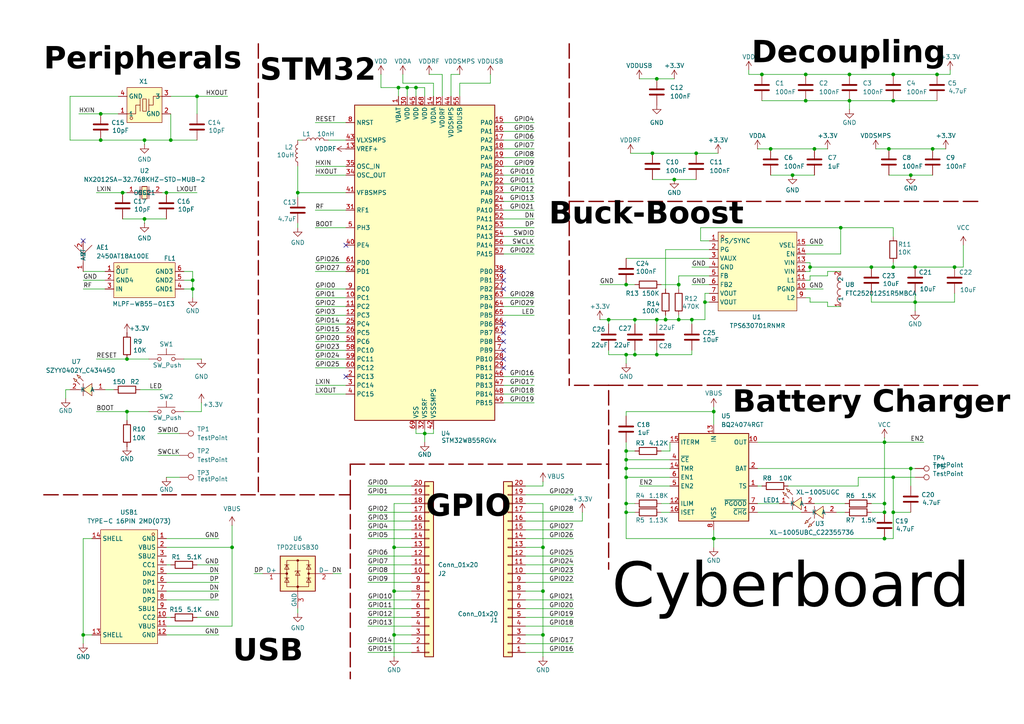
<source format=kicad_sch>
(kicad_sch (version 20250114) (generator "eeschema") (generator_version "9.0")
  (paper "A4")
  (title_block (title "Cyberboard") (date "2025-10-15") (rev "V1"))
  (text "Decoupling" (at 246.126 17.272 0) (effects (font (size 6.35 6.35))))
  (text "STM32" (at 92.202 22.352 0) (effects (font (size 6.35 6.35))))
  (text "Cyberboard" (at 229.362 173.99 0) (effects (font (size 12.7 12.7))))
  (text "Battery Charger" (at 252.73 118.618 0) (effects (font (size 6.35 6.35))))
  (text "USB" (at 77.724 190.754 0) (effects (font (size 6.35 6.35))))
  (text "Buck-Boost" (at 187.452 64.008 0) (effects (font (size 6.35 6.35))))
  (text "GPIO" (at 135.89 148.844 0) (effects (font (size 6.35 6.35))))
  (text "Peripherals" (at 41.402 19.05 0) (effects (font (size 6.35 6.35))))
  (junction (at 256.54 128.27))
  (junction (at 270.51 43.18))
  (junction (at 29.21 33.02))
  (junction (at 29.21 40.64))
  (junction (at 259.08 77.47))
  (junction (at 246.38 21.59))
  (junction (at 207.01 119.38))
  (junction (at 259.08 29.21))
  (junction (at 24.13 184.15))
  (junction (at 256.54 156.21))
  (junction (at 157.48 184.15))
  (junction (at 118.11 25.4))
  (junction (at 234.95 77.47))
  (junction (at 123.19 125.73))
  (junction (at 55.88 83.82))
  (junction (at 257.81 43.18))
  (junction (at 220.98 21.59))
  (junction (at 41.91 63.5))
  (junction (at 243.84 66.04))
  (junction (at 259.08 21.59))
  (junction (at 36.83 104.14))
  (junction (at 233.68 21.59))
  (junction (at 67.31 158.75))
  (junction (at 114.3 184.15))
  (junction (at 193.04 92.71))
  (junction (at 181.61 148.59))
  (junction (at 157.48 158.75))
  (junction (at 196.85 92.71))
  (junction (at 207.01 156.21))
  (junction (at 264.16 135.89))
  (junction (at 271.78 21.59))
  (junction (at 181.61 130.81))
  (junction (at 181.61 82.55))
  (junction (at 201.93 44.45))
  (junction (at 265.43 77.47))
  (junction (at 190.5 92.71))
  (junction (at 195.58 52.07))
  (junction (at 157.48 171.45))
  (junction (at 184.15 102.87))
  (junction (at 189.23 44.45))
  (junction (at 115.57 25.4))
  (junction (at 41.91 40.64))
  (junction (at 259.08 138.43))
  (junction (at 114.3 171.45))
  (junction (at 181.61 102.87))
  (junction (at 256.54 148.59))
  (junction (at 181.61 146.05))
  (junction (at 265.43 87.63))
  (junction (at 57.15 27.94))
  (junction (at 196.85 82.55))
  (junction (at 246.38 29.21))
  (junction (at 181.61 133.35))
  (junction (at 184.15 92.71))
  (junction (at 252.73 77.47))
  (junction (at 229.87 50.8))
  (junction (at 190.5 102.87))
  (junction (at 49.53 40.64))
  (junction (at 190.5 22.86))
  (junction (at 181.61 138.43))
  (junction (at 114.3 158.75))
  (junction (at 48.26 55.88))
  (junction (at 264.16 50.8))
  (junction (at 86.36 55.88))
  (junction (at 204.47 87.63))
  (junction (at 181.61 135.89))
  (junction (at 223.52 43.18))
  (junction (at 276.86 77.47))
  (junction (at 55.88 81.28))
  (junction (at 35.56 55.88))
  (junction (at 120.65 25.4))
  (junction (at 236.22 43.18))
  (junction (at 200.66 92.71))
  (junction (at 233.68 29.21))
  (junction (at 176.53 92.71))
  (junction (at 36.83 119.38))
  (junction (at 256.54 146.05))
  (junction (at 259.08 148.59))
  (no_connect (at 100.33 71.12))
  (no_connect (at 146.05 106.68))
  (no_connect (at 100.33 109.22))
  (no_connect (at 24.13 69.85))
  (no_connect (at 146.05 96.52))
  (no_connect (at 146.05 81.28))
  (no_connect (at 146.05 93.98))
  (no_connect (at 146.05 78.74))
  (no_connect (at 146.05 83.82))
  (no_connect (at 146.05 101.6))
  (no_connect (at 146.05 104.14))
  (no_connect (at 146.05 99.06))
  (wire (pts (xy 128.27 21.59) (xy 128.27 27.94)))
  (wire (pts (xy 120.65 25.4) (xy 120.65 27.94)))
  (wire (pts (xy 106.68 176.53) (xy 119.38 176.53)))
  (wire (pts (xy 181.61 74.93) (xy 205.74 74.93)))
  (wire (pts (xy 190.5 22.86) (xy 195.58 22.86)))
  (wire (pts (xy 125.73 125.73) (xy 123.19 125.73)))
  (wire (pts (xy 120.65 125.73) (xy 120.65 124.46)))
  (wire (pts (xy 118.11 25.4) (xy 118.11 27.94)))
  (wire (pts (xy 48.26 171.45) (xy 63.5 171.45)))
  (wire (pts (xy 168.91 148.59) (xy 168.91 151.13)))
  (wire (pts (xy 200.66 93.98) (xy 200.66 92.71)))
  (wire (pts (xy 176.53 93.98) (xy 176.53 92.71)))
  (wire (pts (xy 49.53 40.64) (xy 57.15 40.64)))
  (wire (pts (xy 205.74 85.09) (xy 204.47 85.09)))
  (wire (pts (xy 185.42 22.86) (xy 190.5 22.86)))
  (wire (pts (xy 106.68 173.99) (xy 119.38 173.99)))
  (wire (pts (xy 91.44 96.52) (xy 100.33 96.52)))
  (wire (pts (xy 240.03 43.18) (xy 236.22 43.18)))
  (wire (pts (xy 125.73 125.73) (xy 125.73 124.46)))
  (wire (pts (xy 205.74 69.85) (xy 203.2 69.85)))
  (wire (pts (xy 53.34 81.28) (xy 55.88 81.28)))
  (wire (pts (xy 114.3 158.75) (xy 119.38 158.75)))
  (wire (pts (xy 203.2 66.04) (xy 243.84 66.04)))
  (wire (pts (xy 34.29 27.94) (xy 20.32 27.94)))
  (wire (pts (xy 205.74 82.55) (xy 200.66 82.55)))
  (wire (pts (xy 267.97 128.27) (xy 256.54 128.27)))
  (wire (pts (xy 91.44 66.04) (xy 100.33 66.04)))
  (wire (pts (xy 181.61 130.81) (xy 181.61 128.27)))
  (wire (pts (xy 154.94 86.36) (xy 146.05 86.36)))
  (wire (pts (xy 181.61 102.87) (xy 184.15 102.87)))
  (wire (pts (xy 240.03 78.74) (xy 243.84 78.74)))
  (wire (pts (xy 86.36 55.88) (xy 100.33 55.88)))
  (wire (pts (xy 115.57 25.4) (xy 118.11 25.4)))
  (wire (pts (xy 67.31 181.61) (xy 48.26 181.61)))
  (wire (pts (xy 256.54 156.21) (xy 207.01 156.21)))
  (wire (pts (xy 248.92 140.97) (xy 228.6 140.97)))
  (wire (pts (xy 181.61 156.21) (xy 207.01 156.21)))
  (wire (pts (xy 106.68 151.13) (xy 119.38 151.13)))
  (wire (pts (xy 152.4 189.23) (xy 166.37 189.23)))
  (wire (pts (xy 181.61 135.89) (xy 181.61 133.35)))
  (wire (pts (xy 259.08 138.43) (xy 259.08 148.59)))
  (wire (pts (xy 119.38 146.05) (xy 114.3 146.05)))
  (wire (pts (xy 176.53 102.87) (xy 176.53 101.6)))
  (wire (pts (xy 196.85 82.55) (xy 196.85 80.01)))
  (wire (pts (xy 234.95 86.36) (xy 233.68 86.36)))
  (wire (pts (xy 36.83 121.92) (xy 36.83 119.38)))
  (wire (pts (xy 95.25 40.64) (xy 100.33 40.64)))
  (polyline (pts (xy 101.6 143.51) (xy 101.6 134.62)) (stroke (width 0.381) (type dash) (color 132 0 0 1)))
  (wire (pts (xy 240.03 87.63) (xy 234.95 87.63)))
  (wire (pts (xy 154.94 114.3) (xy 146.05 114.3)))
  (wire (pts (xy 30.48 78.74) (xy 24.13 78.74)))
  (wire (pts (xy 252.73 148.59) (xy 256.54 148.59)))
  (wire (pts (xy 57.15 27.94) (xy 57.15 33.02)))
  (wire (pts (xy 20.32 27.94) (xy 20.32 40.64)))
  (wire (pts (xy 106.68 153.67) (xy 119.38 153.67)))
  (wire (pts (xy 22.86 33.02) (xy 29.21 33.02)))
  (wire (pts (xy 274.32 43.18) (xy 270.51 43.18)))
  (wire (pts (xy 124.46 21.59) (xy 128.27 21.59)))
  (wire (pts (xy 204.47 85.09) (xy 204.47 87.63)))
  (wire (pts (xy 181.61 135.89) (xy 194.31 135.89)))
  (wire (pts (xy 181.61 138.43) (xy 194.31 138.43)))
  (wire (pts (xy 114.3 158.75) (xy 114.3 171.45)))
  (wire (pts (xy 191.77 82.55) (xy 196.85 82.55)))
  (wire (pts (xy 55.88 81.28) (xy 55.88 83.82)))
  (wire (pts (xy 181.61 133.35) (xy 181.61 130.81)))
  (wire (pts (xy 154.94 111.76) (xy 146.05 111.76)))
  (wire (pts (xy 86.36 48.26) (xy 86.36 55.88)))
  (wire (pts (xy 106.68 179.07) (xy 119.38 179.07)))
  (wire (pts (xy 41.91 63.5) (xy 35.56 63.5)))
  (wire (pts (xy 196.85 80.01) (xy 205.74 80.01)))
  (wire (pts (xy 106.68 189.23) (xy 119.38 189.23)))
  (wire (pts (xy 234.95 87.63) (xy 234.95 86.36)))
  (wire (pts (xy 173.99 82.55) (xy 181.61 82.55)))
  (wire (pts (xy 256.54 127) (xy 256.54 128.27)))
  (wire (pts (xy 27.94 104.14) (xy 36.83 104.14)))
  (wire (pts (xy 189.23 52.07) (xy 195.58 52.07)))
  (polyline (pts (xy 101.6 143.51) (xy 101.6 196.85)) (stroke (width 0.381) (type dash) (color 132 0 0 1)))
  (wire (pts (xy 146.05 68.58) (xy 154.94 68.58)))
  (wire (pts (xy 41.91 63.5) (xy 48.26 63.5)))
  (wire (pts (xy 146.05 66.04) (xy 154.94 66.04)))
  (wire (pts (xy 276.86 87.63) (xy 276.86 85.09)))
  (wire (pts (xy 146.05 71.12) (xy 154.94 71.12)))
  (wire (pts (xy 36.83 119.38) (xy 43.18 119.38)))
  (wire (pts (xy 152.4 146.05) (xy 157.48 146.05)))
  (wire (pts (xy 152.4 166.37) (xy 166.37 166.37)))
  (polyline (pts (xy 176.53 111.76) (xy 165.1 111.76)) (stroke (width 0.381) (type dash) (color 132 0 0 1)))
  (wire (pts (xy 26.67 156.21) (xy 24.13 156.21)))
  (wire (pts (xy 217.17 20.32) (xy 217.17 21.59)))
  (wire (pts (xy 152.4 168.91) (xy 166.37 168.91)))
  (wire (pts (xy 205.74 87.63) (xy 204.47 87.63)))
  (wire (pts (xy 200.66 92.71) (xy 204.47 92.71)))
  (wire (pts (xy 181.61 146.05) (xy 181.61 138.43)))
  (wire (pts (xy 194.31 128.27) (xy 194.31 130.81)))
  (wire (pts (xy 181.61 148.59) (xy 181.61 156.21)))
  (wire (pts (xy 91.44 93.98) (xy 100.33 93.98)))
  (wire (pts (xy 190.5 92.71) (xy 193.04 92.71)))
  (wire (pts (xy 182.88 44.45) (xy 189.23 44.45)))
  (wire (pts (xy 142.24 24.13) (xy 133.35 24.13)))
  (wire (pts (xy 116.84 24.13) (xy 116.84 21.59)))
  (wire (pts (xy 154.94 38.1) (xy 146.05 38.1)))
  (wire (pts (xy 49.53 163.83) (xy 48.26 163.83)))
  (wire (pts (xy 219.71 43.18) (xy 223.52 43.18)))
  (wire (pts (xy 181.61 133.35) (xy 194.31 133.35)))
  (wire (pts (xy 279.4 71.12) (xy 279.4 77.47)))
  (wire (pts (xy 57.15 55.88) (xy 48.26 55.88)))
  (wire (pts (xy 181.61 138.43) (xy 181.61 135.89)))
  (wire (pts (xy 234.95 77.47) (xy 234.95 76.2)))
  (wire (pts (xy 184.15 102.87) (xy 190.5 102.87)))
  (wire (pts (xy 194.31 130.81) (xy 191.77 130.81)))
  (wire (pts (xy 120.65 125.73) (xy 123.19 125.73)))
  (wire (pts (xy 264.16 50.8) (xy 270.51 50.8)))
  (wire (pts (xy 106.68 148.59) (xy 119.38 148.59)))
  (wire (pts (xy 91.44 83.82) (xy 100.33 83.82)))
  (wire (pts (xy 19.05 113.03) (xy 20.32 113.03)))
  (wire (pts (xy 106.68 161.29) (xy 119.38 161.29)))
  (wire (pts (xy 219.71 128.27) (xy 256.54 128.27)))
  (wire (pts (xy 114.3 146.05) (xy 114.3 158.75)))
  (wire (pts (xy 219.71 148.59) (xy 232.41 148.59)))
  (wire (pts (xy 189.23 44.45) (xy 201.93 44.45)))
  (wire (pts (xy 275.59 20.32) (xy 275.59 21.59)))
  (wire (pts (xy 154.94 50.8) (xy 146.05 50.8)))
  (wire (pts (xy 152.4 163.83) (xy 166.37 163.83)))
  (wire (pts (xy 207.01 153.67) (xy 207.01 156.21)))
  (wire (pts (xy 173.99 92.71) (xy 176.53 92.71)))
  (wire (pts (xy 91.44 101.6) (xy 100.33 101.6)))
  (wire (pts (xy 191.77 146.05) (xy 194.31 146.05)))
  (wire (pts (xy 49.53 27.94) (xy 57.15 27.94)))
  (wire (pts (xy 196.85 92.71) (xy 200.66 92.71)))
  (wire (pts (xy 91.44 114.3) (xy 100.33 114.3)))
  (wire (pts (xy 45.72 125.73) (xy 52.07 125.73)))
  (wire (pts (xy 114.3 171.45) (xy 114.3 184.15)))
  (polyline (pts (xy 165.1 58.42) (xy 284.48 58.42)) (stroke (width 0.381) (type dash) (color 132 0 0 1)))
  (wire (pts (xy 168.91 151.13) (xy 152.4 151.13)))
  (wire (pts (xy 48.26 138.43) (xy 52.07 138.43)))
  (wire (pts (xy 30.48 81.28) (xy 24.13 81.28)))
  (wire (pts (xy 233.68 71.12) (xy 238.76 71.12)))
  (wire (pts (xy 256.54 128.27) (xy 256.54 146.05)))
  (wire (pts (xy 152.4 148.59) (xy 166.37 148.59)))
  (wire (pts (xy 265.43 87.63) (xy 276.86 87.63)))
  (wire (pts (xy 181.61 82.55) (xy 184.15 82.55)))
  (wire (pts (xy 275.59 21.59) (xy 271.78 21.59)))
  (wire (pts (xy 27.94 119.38) (xy 36.83 119.38)))
  (wire (pts (xy 259.08 68.58) (xy 259.08 66.04)))
  (wire (pts (xy 233.68 29.21) (xy 246.38 29.21)))
  (wire (pts (xy 181.61 148.59) (xy 184.15 148.59)))
  (wire (pts (xy 217.17 21.59) (xy 220.98 21.59)))
  (wire (pts (xy 152.4 171.45) (xy 157.48 171.45)))
  (wire (pts (xy 236.22 146.05) (xy 245.11 146.05)))
  (wire (pts (xy 154.94 43.18) (xy 146.05 43.18)))
  (wire (pts (xy 238.76 83.82) (xy 233.68 83.82)))
  (wire (pts (xy 53.34 83.82) (xy 55.88 83.82)))
  (wire (pts (xy 190.5 102.87) (xy 190.5 101.6)))
  (wire (pts (xy 154.94 63.5) (xy 146.05 63.5)))
  (wire (pts (xy 123.19 125.73) (xy 123.19 124.46)))
  (wire (pts (xy 154.94 35.56) (xy 146.05 35.56)))
  (wire (pts (xy 205.74 77.47) (xy 200.66 77.47)))
  (wire (pts (xy 110.49 21.59) (xy 110.49 25.4)))
  (wire (pts (xy 35.56 55.88) (xy 36.83 55.88)))
  (wire (pts (xy 48.26 55.88) (xy 46.99 55.88)))
  (wire (pts (xy 157.48 158.75) (xy 157.48 171.45)))
  (wire (pts (xy 99.06 166.37) (xy 96.52 166.37)))
  (wire (pts (xy 125.73 24.13) (xy 125.73 27.94)))
  (wire (pts (xy 152.4 176.53) (xy 166.37 176.53)))
  (wire (pts (xy 157.48 139.7) (xy 157.48 140.97)))
  (wire (pts (xy 220.98 29.21) (xy 233.68 29.21)))
  (wire (pts (xy 152.4 161.29) (xy 166.37 161.29)))
  (wire (pts (xy 91.44 99.06) (xy 100.33 99.06)))
  (wire (pts (xy 106.68 181.61) (xy 119.38 181.61)))
  (wire (pts (xy 190.5 93.98) (xy 190.5 92.71)))
  (wire (pts (xy 234.95 80.01) (xy 240.03 80.01)))
  (polyline (pts (xy 101.6 134.62) (xy 176.53 134.62)) (stroke (width 0.381) (type dash) (color 132 0 0 1)))
  (wire (pts (xy 234.95 78.74) (xy 234.95 77.47)))
  (wire (pts (xy 58.42 119.38) (xy 53.34 119.38)))
  (wire (pts (xy 181.61 130.81) (xy 184.15 130.81)))
  (wire (pts (xy 91.44 35.56) (xy 100.33 35.56)))
  (wire (pts (xy 154.94 48.26) (xy 146.05 48.26)))
  (wire (pts (xy 264.16 135.89) (xy 265.43 135.89)))
  (wire (pts (xy 157.48 140.97) (xy 152.4 140.97)))
  (wire (pts (xy 91.44 78.74) (xy 100.33 78.74)))
  (wire (pts (xy 114.3 184.15) (xy 114.3 190.5)))
  (polyline (pts (xy 165.1 12.7) (xy 165.1 111.76)) (stroke (width 0.381) (type dash) (color 132 0 0 1)))
  (wire (pts (xy 193.04 72.39) (xy 193.04 83.82)))
  (wire (pts (xy 246.38 21.59) (xy 233.68 21.59)))
  (wire (pts (xy 57.15 27.94) (xy 66.04 27.94)))
  (wire (pts (xy 114.3 171.45) (xy 119.38 171.45)))
  (wire (pts (xy 123.19 125.73) (xy 123.19 128.27)))
  (wire (pts (xy 219.71 135.89) (xy 264.16 135.89)))
  (wire (pts (xy 57.15 163.83) (xy 63.5 163.83)))
  (wire (pts (xy 41.91 64.77) (xy 41.91 63.5)))
  (wire (pts (xy 157.48 146.05) (xy 157.48 158.75)))
  (wire (pts (xy 203.2 69.85) (xy 203.2 66.04)))
  (wire (pts (xy 49.53 179.07) (xy 48.26 179.07)))
  (wire (pts (xy 208.28 44.45) (xy 201.93 44.45)))
  (wire (pts (xy 86.36 66.04) (xy 86.36 64.77)))
  (wire (pts (xy 252.73 77.47) (xy 259.08 77.47)))
  (wire (pts (xy 223.52 50.8) (xy 229.87 50.8)))
  (wire (pts (xy 45.72 132.08) (xy 52.07 132.08)))
  (wire (pts (xy 245.11 148.59) (xy 242.57 148.59)))
  (wire (pts (xy 207.01 119.38) (xy 181.61 119.38)))
  (wire (pts (xy 152.4 153.67) (xy 166.37 153.67)))
  (wire (pts (xy 240.03 88.9) (xy 243.84 88.9)))
  (wire (pts (xy 106.68 168.91) (xy 119.38 168.91)))
  (wire (pts (xy 49.53 40.64) (xy 49.53 33.02)))
  (wire (pts (xy 110.49 25.4) (xy 115.57 25.4)))
  (wire (pts (xy 157.48 184.15) (xy 157.48 190.5)))
  (wire (pts (xy 106.68 163.83) (xy 119.38 163.83)))
  (wire (pts (xy 259.08 156.21) (xy 256.54 156.21)))
  (wire (pts (xy 154.94 91.44) (xy 146.05 91.44)))
  (wire (pts (xy 152.4 184.15) (xy 157.48 184.15)))
  (wire (pts (xy 256.54 146.05) (xy 256.54 148.59)))
  (wire (pts (xy 36.83 104.14) (xy 43.18 104.14)))
  (wire (pts (xy 193.04 92.71) (xy 196.85 92.71)))
  (wire (pts (xy 207.01 118.11) (xy 207.01 119.38)))
  (wire (pts (xy 53.34 78.74) (xy 55.88 78.74)))
  (polyline (pts (xy 12.7 143.51) (xy 101.6 143.51)) (stroke (width 0.381) (type dash) (color 132 0 0 1)))
  (wire (pts (xy 106.68 166.37) (xy 119.38 166.37)))
  (wire (pts (xy 106.68 186.69) (xy 119.38 186.69)))
  (wire (pts (xy 252.73 87.63) (xy 265.43 87.63)))
  (wire (pts (xy 264.16 135.89) (xy 264.16 140.97)))
  (wire (pts (xy 29.21 40.64) (xy 41.91 40.64)))
  (wire (pts (xy 240.03 87.63) (xy 240.03 88.9)))
  (wire (pts (xy 271.78 21.59) (xy 259.08 21.59)))
  (wire (pts (xy 276.86 77.47) (xy 279.4 77.47)))
  (wire (pts (xy 154.94 53.34) (xy 146.05 53.34)))
  (wire (pts (xy 48.26 168.91) (xy 63.5 168.91)))
  (wire (pts (xy 219.71 140.97) (xy 220.98 140.97)))
  (wire (pts (xy 133.35 21.59) (xy 130.81 21.59)))
  (wire (pts (xy 57.15 179.07) (xy 63.5 179.07)))
  (wire (pts (xy 233.68 73.66) (xy 243.84 73.66)))
  (wire (pts (xy 200.66 102.87) (xy 200.66 101.6)))
  (wire (pts (xy 176.53 92.71) (xy 184.15 92.71)))
  (wire (pts (xy 24.13 184.15) (xy 26.67 184.15)))
  (wire (pts (xy 48.26 173.99) (xy 63.5 173.99)))
  (wire (pts (xy 154.94 109.22) (xy 146.05 109.22)))
  (wire (pts (xy 154.94 45.72) (xy 146.05 45.72)))
  (wire (pts (xy 116.84 24.13) (xy 125.73 24.13)))
  (wire (pts (xy 265.43 87.63) (xy 265.43 85.09)))
  (wire (pts (xy 48.26 156.21) (xy 63.5 156.21)))
  (wire (pts (xy 252.73 87.63) (xy 252.73 85.09)))
  (wire (pts (xy 252.73 146.05) (xy 256.54 146.05)))
  (wire (pts (xy 152.4 173.99) (xy 166.37 173.99)))
  (wire (pts (xy 195.58 52.07) (xy 201.93 52.07)))
  (wire (pts (xy 41.91 41.91) (xy 41.91 40.64)))
  (wire (pts (xy 254 43.18) (xy 257.81 43.18)))
  (wire (pts (xy 191.77 148.59) (xy 194.31 148.59)))
  (wire (pts (xy 152.4 143.51) (xy 166.37 143.51)))
  (wire (pts (xy 91.44 111.76) (xy 100.33 111.76)))
  (wire (pts (xy 248.92 138.43) (xy 259.08 138.43)))
  (wire (pts (xy 207.01 158.75) (xy 207.01 156.21)))
  (wire (pts (xy 24.13 156.21) (xy 24.13 184.15)))
  (wire (pts (xy 154.94 116.84) (xy 146.05 116.84)))
  (wire (pts (xy 91.44 86.36) (xy 100.33 86.36)))
  (wire (pts (xy 154.94 73.66) (xy 146.05 73.66)))
  (wire (pts (xy 154.94 88.9) (xy 146.05 88.9)))
  (wire (pts (xy 193.04 91.44) (xy 193.04 92.71)))
  (wire (pts (xy 154.94 40.64) (xy 146.05 40.64)))
  (wire (pts (xy 48.26 166.37) (xy 63.5 166.37)))
  (wire (pts (xy 55.88 78.74) (xy 55.88 81.28)))
  (wire (pts (xy 184.15 93.98) (xy 184.15 92.71)))
  (wire (pts (xy 259.08 29.21) (xy 246.38 29.21)))
  (wire (pts (xy 243.84 66.04) (xy 259.08 66.04)))
  (wire (pts (xy 19.05 115.57) (xy 19.05 113.03)))
  (wire (pts (xy 259.08 76.2) (xy 259.08 77.47)))
  (wire (pts (xy 257.81 43.18) (xy 270.51 43.18)))
  (wire (pts (xy 190.5 102.87) (xy 200.66 102.87)))
  (wire (pts (xy 115.57 25.4) (xy 115.57 27.94)))
  (wire (pts (xy 181.61 119.38) (xy 181.61 120.65)))
  (wire (pts (xy 152.4 181.61) (xy 166.37 181.61)))
  (wire (pts (xy 259.08 77.47) (xy 265.43 77.47)))
  (wire (pts (xy 154.94 58.42) (xy 146.05 58.42)))
  (wire (pts (xy 240.03 80.01) (xy 240.03 78.74)))
  (wire (pts (xy 265.43 77.47) (xy 276.86 77.47)))
  (wire (pts (xy 234.95 77.47) (xy 252.73 77.47)))
  (wire (pts (xy 58.42 116.84) (xy 58.42 119.38)))
  (wire (pts (xy 123.19 25.4) (xy 123.19 27.94)))
  (wire (pts (xy 265.43 90.17) (xy 265.43 87.63)))
  (wire (pts (xy 229.87 50.8) (xy 236.22 50.8)))
  (wire (pts (xy 259.08 138.43) (xy 265.43 138.43)))
  (wire (pts (xy 24.13 186.69) (xy 24.13 184.15)))
  (wire (pts (xy 219.71 146.05) (xy 226.06 146.05)))
  (polyline (pts (xy 176.53 134.62) (xy 176.53 165.1)) (stroke (width 0.381) (type dash) (color 132 0 0 1)))
  (wire (pts (xy 181.61 102.87) (xy 181.61 105.41)))
  (polyline (pts (xy 74.93 12.7) (xy 74.93 143.51)) (stroke (width 0.381) (type dash) (color 132 0 0 1)))
  (wire (pts (xy 259.08 148.59) (xy 264.16 148.59)))
  (wire (pts (xy 114.3 184.15) (xy 119.38 184.15)))
  (wire (pts (xy 259.08 148.59) (xy 259.08 156.21)))
  (wire (pts (xy 233.68 81.28) (xy 234.95 81.28)))
  (wire (pts (xy 133.35 24.13) (xy 133.35 27.94)))
  (wire (pts (xy 120.65 25.4) (xy 123.19 25.4)))
  (wire (pts (xy 91.44 106.68) (xy 100.33 106.68)))
  (wire (pts (xy 41.91 40.64) (xy 49.53 40.64)))
  (wire (pts (xy 67.31 158.75) (xy 67.31 181.61)))
  (wire (pts (xy 106.68 143.51) (xy 119.38 143.51)))
  (wire (pts (xy 234.95 81.28) (xy 234.95 80.01)))
  (wire (pts (xy 48.26 158.75) (xy 67.31 158.75)))
  (wire (pts (xy 154.94 60.96) (xy 146.05 60.96)))
  (wire (pts (xy 204.47 92.71) (xy 204.47 87.63)))
  (wire (pts (xy 91.44 88.9) (xy 100.33 88.9)))
  (wire (pts (xy 27.94 55.88) (xy 35.56 55.88)))
  (wire (pts (xy 157.48 171.45) (xy 157.48 184.15)))
  (wire (pts (xy 205.74 72.39) (xy 193.04 72.39)))
  (wire (pts (xy 130.81 21.59) (xy 130.81 27.94)))
  (wire (pts (xy 91.44 76.2) (xy 100.33 76.2)))
  (wire (pts (xy 233.68 78.74) (xy 234.95 78.74)))
  (wire (pts (xy 86.36 40.64) (xy 87.63 40.64)))
  (wire (pts (xy 176.53 102.87) (xy 181.61 102.87)))
  (wire (pts (xy 29.21 33.02) (xy 34.29 33.02)))
  (wire (pts (xy 185.42 140.97) (xy 194.31 140.97)))
  (wire (pts (xy 91.44 50.8) (xy 100.33 50.8)))
  (wire (pts (xy 152.4 186.69) (xy 166.37 186.69)))
  (polyline (pts (xy 176.53 134.62) (xy 176.53 111.76)) (stroke (width 0.381) (type dash) (color 132 0 0 1)))
  (wire (pts (xy 53.34 104.14) (xy 58.42 104.14)))
  (wire (pts (xy 30.48 83.82) (xy 24.13 83.82)))
  (wire (pts (xy 246.38 29.21) (xy 246.38 31.75)))
  (wire (pts (xy 106.68 140.97) (xy 119.38 140.97)))
  (wire (pts (xy 257.81 50.8) (xy 264.16 50.8)))
  (wire (pts (xy 152.4 179.07) (xy 166.37 179.07)))
  (wire (pts (xy 184.15 102.87) (xy 184.15 101.6)))
  (wire (pts (xy 248.92 140.97) (xy 248.92 138.43)))
  (wire (pts (xy 142.24 21.59) (xy 142.24 24.13)))
  (wire (pts (xy 106.68 156.21) (xy 119.38 156.21)))
  (wire (pts (xy 152.4 158.75) (xy 157.48 158.75)))
  (wire (pts (xy 91.44 48.26) (xy 100.33 48.26)))
  (wire (pts (xy 196.85 92.71) (xy 196.85 91.44)))
  (wire (pts (xy 33.02 113.03) (xy 30.48 113.03)))
  (wire (pts (xy 118.11 25.4) (xy 120.65 25.4)))
  (wire (pts (xy 259.08 21.59) (xy 246.38 21.59)))
  (wire (pts (xy 91.44 91.44) (xy 100.33 91.44)))
  (wire (pts (xy 196.85 83.82) (xy 196.85 82.55)))
  (wire (pts (xy 55.88 83.82) (xy 55.88 86.36)))
  (wire (pts (xy 67.31 152.4) (xy 67.31 158.75)))
  (wire (pts (xy 233.68 21.59) (xy 220.98 21.59)))
  (wire (pts (xy 271.78 29.21) (xy 259.08 29.21)))
  (wire (pts (xy 91.44 60.96) (xy 100.33 60.96)))
  (wire (pts (xy 152.4 156.21) (xy 166.37 156.21)))
  (wire (pts (xy 73.66 166.37) (xy 76.2 166.37)))
  (wire (pts (xy 46.99 113.03) (xy 40.64 113.03)))
  (polyline (pts (xy 176.53 111.76) (xy 284.48 111.76)) (stroke (width 0.381) (type dash) (color 132 0 0 1)))
  (wire (pts (xy 181.61 146.05) (xy 184.15 146.05)))
  (wire (pts (xy 91.44 104.14) (xy 100.33 104.14)))
  (wire (pts (xy 243.84 66.04) (xy 243.84 73.66)))
  (wire (pts (xy 207.01 123.19) (xy 207.01 119.38)))
  (wire (pts (xy 184.15 92.71) (xy 190.5 92.71)))
  (wire (pts (xy 20.32 40.64) (xy 29.21 40.64)))
  (wire (pts (xy 181.61 148.59) (xy 181.61 146.05)))
  (wire (pts (xy 223.52 43.18) (xy 236.22 43.18)))
  (wire (pts (xy 154.94 55.88) (xy 146.05 55.88)))
  (wire (pts (xy 86.36 177.8) (xy 86.36 176.53)))
  (wire (pts (xy 86.36 57.15) (xy 86.36 55.88)))
  (wire (pts (xy 234.95 76.2) (xy 233.68 76.2)))
  (wire (pts (xy 48.26 184.15) (xy 63.5 184.15)))
  (label "SWCLK" (at 154.94 71.12 180))
  (label "GPIO0" (at 106.68 140.97 0))
  (label "DP" (at 73.66 166.37 0))
  (label "GPIO11" (at 106.68 176.53 0))
  (label "HXIN" (at 91.44 48.26 0))
  (label "BOOT" (at 91.44 66.04 0))
  (label "LED" (at 154.94 91.44 180))
  (label "GPIO13" (at 106.68 181.61 0))
  (label "GND" (at 63.5 163.83 180))
  (label "DN" (at 154.94 63.5 180))
  (label "GPIO18" (at 166.37 181.61 180))
  (label "GND" (at 173.99 82.55 0))
  (label "GPIO5" (at 154.94 38.1 180))
  (label "GPIO26" (at 91.44 76.2 0))
  (label "HXOUT" (at 66.04 27.94 180))
  (label "GPIO21" (at 154.94 60.96 180))
  (label "GPIO19" (at 166.37 179.07 180))
  (label "GPIO26" (at 166.37 156.21 180))
  (label "GPIO11" (at 154.94 53.34 180))
  (label "GPIO16" (at 166.37 189.23 180))
  (label "GPIO10" (at 106.68 173.99 0))
  (label "GPIO17" (at 154.94 111.76 180))
  (label "GPIO23" (at 166.37 166.37 180))
  (label "GPIO9" (at 154.94 48.26 180))
  (label "GPIO9" (at 106.68 168.91 0))
  (label "SWDIO" (at 45.72 125.73 0))
  (label "GPIO24" (at 91.44 104.14 0))
  (label "LED" (at 46.99 113.03 180))
  (label "RF" (at 91.44 60.96 0))
  (label "RESET" (at 27.94 104.14 0))
  (label "GPIO17" (at 166.37 186.69 180))
  (label "GPIO25" (at 166.37 161.29 180))
  (label "HXOUT" (at 91.44 50.8 0))
  (label "GPIO19" (at 154.94 116.84 180))
  (label "GND" (at 63.5 184.15 180))
  (label "RESET" (at 91.44 35.56 0))
  (label "GPIO6" (at 154.94 40.64 180))
  (label "HXIN" (at 22.86 33.02 0))
  (label "GPIO27" (at 91.44 78.74 0))
  (label "GND" (at 238.76 71.12 180))
  (label "GPIO22" (at 154.94 73.66 180))
  (label "GPIO15" (at 106.68 189.23 0))
  (label "GPIO4" (at 106.68 153.67 0))
  (label "GPIO4" (at 154.94 35.56 180))
  (label "GPIO25" (at 91.44 106.68 0))
  (label "GPIO28" (at 166.37 148.59 180))
  (label "GPIO20" (at 166.37 176.53 180))
  (label "GPIO8" (at 106.68 166.37 0))
  (label "DP" (at 63.5 173.99 180))
  (label "EN2" (at 185.42 140.97 0))
  (label "GND" (at 63.5 156.21 180))
  (label "BOOT" (at 27.94 119.38 0))
  (label "GPIO1" (at 106.68 143.51 0))
  (label "DN" (at 99.06 166.37 180))
  (label "GPIO5" (at 106.68 156.21 0))
  (label "GPIO21" (at 166.37 173.99 180))
  (label "GPIO27" (at 166.37 153.67 180))
  (label "GPIO28" (at 154.94 86.36 180))
  (label "EN2" (at 267.97 128.27 180))
  (label "GPIO14" (at 106.68 186.69 0))
  (label "LXOUT" (at 57.15 55.88 180))
  (label "GPIO14" (at 91.44 93.98 0))
  (label "DN" (at 63.5 166.37 180))
  (label "GPIO6" (at 106.68 161.29 0))
  (label "GPIO23" (at 91.44 101.6 0))
  (label "GPIO2" (at 106.68 148.59 0))
  (label "GPIO3" (at 106.68 151.13 0))
  (label "GPIO13" (at 154.94 58.42 180))
  (label "GPIO1" (at 91.44 86.36 0))
  (label "GPIO29" (at 154.94 88.9 180))
  (label "RF" (at 24.13 83.82 0))
  (label "GPIO0" (at 91.44 83.82 0))
  (label "LXIN" (at 27.94 55.88 0))
  (label "GPIO22" (at 166.37 168.91 180))
  (label "GPIO3" (at 91.44 91.44 0))
  (label "LXIN" (at 91.44 111.76 0))
  (label "GPIO2" (at 91.44 88.9 0))
  (label "GPIO10" (at 154.94 50.8 180))
  (label "GPIO20" (at 91.44 99.06 0))
  (label "GND" (at 24.13 81.28 0))
  (label "GPIO24" (at 166.37 163.83 180))
  (label "GPIO29" (at 166.37 143.51 180))
  (label "GND" (at 200.66 82.55 0))
  (label "GPIO7" (at 106.68 163.83 0))
  (label "SWCLK" (at 45.72 132.08 0))
  (label "GPIO12" (at 106.68 179.07 0))
  (label "GPIO18" (at 154.94 114.3 180))
  (label "GPIO7" (at 154.94 43.18 180))
  (label "GND" (at 63.5 179.07 180))
  (label "GPIO12" (at 154.94 55.88 180))
  (label "GND" (at 200.66 77.47 0))
  (label "GND" (at 238.76 83.82 180))
  (label "GPIO8" (at 154.94 45.72 180))
  (label "LXOUT" (at 91.44 114.3 0))
  (label "DN" (at 63.5 171.45 180))
  (label "GPIO15" (at 91.44 96.52 0))
  (label "SWDIO" (at 154.94 68.58 180))
  (label "DP" (at 63.5 168.91 180))
  (label "GPIO16" (at 154.94 109.22 180))
  (label "DP" (at 154.94 66.04 180))
  (symbol (lib_id "Device:C") (at 48.26 59.69 0) (unit 1)
    (property "Reference" "C16" (at 51.308 58.42 0) (effects (justify left)))
    (property "Value" "10pF" (at 51.562 60.706 0) (effects (justify left)))
    (property "Footprint" "Capacitor_SMD:C_0201_0603Metric" (effects (hide yes)))
    (property "Description" "Unpolarized capacitor" (effects (hide yes)))
  )
  (symbol (lib_id "power:+3.3V") (at 100.33 43.18 90) (unit 1)
    (property "Reference" "#PWR025" (effects (hide yes)))
    (property "Value" "VDDRF" (at 94.488 43.18 90))
    (property "Description" "Power symbol creates a global label with name \"+3.3V\"" (effects (hide yes)))
  )
  (symbol (lib_id "power:+3.3V") (at 274.32 43.18 0) (unit 1)
    (property "Reference" "#PWR015" (effects (hide yes)))
    (property "Value" "+3.3V" (at 274.32 39.37 0))
    (property "Description" "Power symbol creates a global label with name \"+3.3V\"" (effects (hide yes)))
  )
  (symbol (lib_id "Device:R") (at 36.83 100.33 0) (unit 1)
    (property "Reference" "R9" (at 38.608 99.06 0) (effects (justify left)))
    (property "Value" "10K" (at 38.608 101.6 0) (effects (justify left)))
    (property "Footprint" "Resistor_SMD:R_0201_0603Metric" (effects (hide yes)))
    (property "Description" "Resistor" (effects (hide yes)))
  )
  (symbol (lib_id "power:GND") (at 36.83 129.54 0) (unit 1)
    (property "Reference" "#PWR028" (effects (hide yes)))
    (property "Value" "GND" (at 36.83 133.096 0))
    (property "Description" "Power symbol creates a global label with name \"GND\" , ground" (effects (hide yes)))
  )
  (symbol (lib_id "Device:C") (at 259.08 25.4 0) (unit 1)
    (property "Reference" "C4" (at 262.89 24.1299 0) (effects (justify left)))
    (property "Value" "100nF" (at 262.89 26.6699 0) (effects (justify left)))
    (property "Footprint" "Capacitor_SMD:C_0201_0603Metric" (effects (hide yes)))
    (property "Description" "Unpolarized capacitor" (effects (hide yes)))
  )
  (symbol (lib_id "power:+3.3V") (at 195.58 22.86 0) (unit 1)
    (property "Reference" "#PWR07" (effects (hide yes)))
    (property "Value" "+3.3V" (at 195.58 19.05 0))
    (property "Description" "Power symbol creates a global label with name \"+3.3V\"" (effects (hide yes)))
  )
  (symbol (lib_id "power:+3.3V") (at 36.83 96.52 0) (unit 1)
    (property "Reference" "#PWR026" (effects (hide yes)))
    (property "Value" "+3.3V" (at 40.386 95.25 0))
    (property "Description" "Power symbol creates a global label with name \"+3.3V\"" (effects (hide yes)))
  )
  (symbol (lib_id "Battery_Management:BQ24074RGT") (at 207.01 138.43 0) (unit 1)
    (property "Reference" "U5" (at 209.1533 120.65 0) (effects (justify left)))
    (property "Value" "BQ24074RGT" (at 209.1533 123.19 0) (effects (justify left)))
    (property "Footprint" "Package_DFN_QFN:VQFN-16-1EP_3x3mm_P0.5mm_EP1.6x1.6mm" (effects (hide yes)))
    (property "Datasheet" "http://www.ti.com/lit/ds/symlink/bq24074.pdf" (effects (hide yes)))
    (property "Description" "USB-Friendly Li-Ion Battery Charger and Power-Path Management, VQFN-16" (effects (hide yes)))
  )
  (symbol (lib_id "power:+3.3V") (at 254 43.18 0) (unit 1)
    (property "Reference" "#PWR014" (effects (hide yes)))
    (property "Value" "VDDSMPS" (at 254 39.37 0))
    (property "Description" "Power symbol creates a global label with name \"+3.3V\"" (effects (hide yes)))
  )
  (symbol (lib_id "Device:C") (at 233.68 25.4 0) (unit 1)
    (property "Reference" "C2" (at 237.49 24.1299 0) (effects (justify left)))
    (property "Value" "100nF" (at 237.49 26.6699 0) (effects (justify left)))
    (property "Footprint" "Capacitor_SMD:C_0201_0603Metric" (effects (hide yes)))
    (property "Description" "Unpolarized capacitor" (effects (hide yes)))
  )
  (symbol (lib_id "power:VCC") (at 279.4 71.12 0) (unit 1)
    (property "Reference" "#PWR034" (effects (hide yes)))
    (property "Value" "VCC" (at 279.4 66.04 0))
    (property "Description" "Power symbol creates a global label with name \"VCC\"" (effects (hide yes)))
  )
  (symbol (lib_id "power:+3.3V") (at 185.42 22.86 0) (unit 1)
    (property "Reference" "#PWR06" (effects (hide yes)))
    (property "Value" "VDDUSB" (at 185.42 19.05 0))
    (property "Description" "Power symbol creates a global label with name \"+3.3V\"" (effects (hide yes)))
  )
  (symbol (lib_id "power:+3.3V") (at 173.99 92.71 0) (unit 1)
    (property "Reference" "#PWR039" (effects (hide yes)))
    (property "Value" "+3.3V" (at 173.99 88.9 0))
    (property "Description" "Power symbol creates a global label with name \"+3.3V\"" (effects (hide yes)))
  )
  (symbol (lib_id "Connector_Generic:Conn_01x20") (at 124.46 166.37 0) (mirror x) (unit 1)
    (property "Reference" "J2" (at 127 166.3701 0) (effects (justify left)))
    (property "Value" "Conn_01x20" (at 127 163.8301 0) (effects (justify left)))
    (property "Footprint" "Connector_PinHeader_2.54mm:PinHeader_1x20_P2.54mm_Vertical" (effects (hide yes)))
    (property "Description" "Generic connector, single row, 01x20, script generated (kicad-library-utils/schlib/autogen/connector/)" (effects (hide yes)))
  )
  (symbol (lib_id "Device:R") (at 187.96 146.05 90) (unit 1)
    (property "Reference" "R4" (at 185.674 143.764 90))
    (property "Value" "1.18K" (at 191.008 143.764 90))
    (property "Footprint" "Resistor_SMD:R_0201_0603Metric" (effects (hide yes)))
    (property "Description" "Resistor" (effects (hide yes)))
  )
  (symbol (lib_id "Switch:SW_Push") (at 48.26 119.38 0) (unit 1)
    (property "Reference" "SW2" (at 48.26 115.062 0))
    (property "Value" "SW_Push" (at 48.514 121.158 0))
    (property "Footprint" "lcsc:SW-SMD_L3.9-W3.0-P4.45" (effects (hide yes)))
    (property "Description" "Push button switch, generic, two pins" (effects (hide yes)))
    (property "LCSC" "C720477" (effects (hide yes)))
  )
  (symbol (lib_id "Device:R") (at 187.96 148.59 90) (mirror x) (unit 1)
    (property "Reference" "R5" (at 185.674 150.876 90))
    (property "Value" "1.13K" (at 191.008 150.876 90))
    (property "Footprint" "Resistor_SMD:R_0201_0603Metric" (effects (hide yes)))
    (property "Description" "Resistor" (effects (hide yes)))
  )
  (symbol (lib_id "Device:C") (at 270.51 46.99 0) (unit 1)
    (property "Reference" "C9" (at 274.32 45.7199 0) (effects (justify left)))
    (property "Value" "100nF" (at 274.32 48.2599 0) (effects (justify left)))
    (property "Footprint" "Capacitor_SMD:C_0201_0603Metric" (effects (hide yes)))
    (property "Description" "Unpolarized capacitor" (effects (hide yes)))
  )
  (symbol (lib_id "Device:C") (at 276.86 81.28 0) (unit 1)
    (property "Reference" "C22" (at 278.13 78.994 0) (effects (justify left)))
    (property "Value" "10uF" (at 278.384 84.074 0) (effects (justify left)))
    (property "Footprint" "Capacitor_SMD:C_0603_1608Metric" (effects (hide yes)))
    (property "Description" "Unpolarized capacitor" (effects (hide yes)))
  )
  (symbol (lib_id "power:GND") (at 41.91 64.77 0) (unit 1)
    (property "Reference" "#PWR024" (effects (hide yes)))
    (property "Value" "GND" (at 41.91 69.088 0))
    (property "Description" "Power symbol creates a global label with name \"GND\" , ground" (effects (hide yes)))
  )
  (symbol (lib_id "power:+3.3V") (at 240.03 43.18 0) (unit 1)
    (property "Reference" "#PWR05" (effects (hide yes)))
    (property "Value" "+3.3V" (at 240.03 39.37 0))
    (property "Description" "Power symbol creates a global label with name \"+3.3V\"" (effects (hide yes)))
  )
  (symbol (lib_id "power:GND") (at 264.16 50.8 0) (unit 1)
    (property "Reference" "#PWR011" (effects (hide yes)))
    (property "Value" "GND" (at 264.16 54.61 0))
    (property "Description" "Power symbol creates a global label with name \"GND\" , ground" (effects (hide yes)))
  )
  (symbol (lib_id "lcsc:SZYY0402Y_C434450") (at 25.4 113.03 0) (mirror y) (unit 1)
    (property "Reference" "U7" (at 22.098 104.902 0))
    (property "Value" "SZYY0402Y_C434450" (at 23.368 107.442 0))
    (property "Footprint" "lcsc:LED0402-FD_YELLOW" (effects (hide yes)))
    (property "LCSC Part" "C434450" (effects (hide yes)))
  )
  (symbol (lib_id "Switch:SW_Push") (at 48.26 104.14 0) (unit 1)
    (property "Reference" "SW1" (at 48.26 99.822 0))
    (property "Value" "SW_Push" (at 48.514 105.918 0))
    (property "Footprint" "lcsc:SW-SMD_L3.9-W3.0-P4.45" (effects (hide yes)))
    (property "Description" "Push button switch, generic, two pins" (effects (hide yes)))
    (property "LCSC" "C720477" (effects (hide yes)))
  )
  (symbol (lib_id "Device:R") (at 193.04 87.63 0) (mirror x) (unit 1)
    (property "Reference" "R14" (at 189.484 88.138 0))
    (property "Value" "100K" (at 188.722 90.17 0))
    (property "Footprint" "Resistor_SMD:R_0402_1005Metric" (effects (hide yes)))
    (property "Description" "Resistor" (effects (hide yes)))
  )
  (symbol (lib_id "power:GND") (at 48.26 138.43 0) (mirror y) (unit 1)
    (property "Reference" "#PWR044" (effects (hide yes)))
    (property "Value" "GND" (at 48.26 141.986 0))
    (property "Description" "Power symbol creates a global label with name \"GND\" , ground" (effects (hide yes)))
  )
  (symbol (lib_id "lcsc:NX2016SA-32MHZ-STD-CZS-5") (at 41.91 30.48 0) (unit 1)
    (property "Reference" "X1" (at 41.656 23.622 0))
    (property "Value" "NX2016SA-32MHZ-STD-CZS-5" (effects (hide yes)))
    (property "Footprint" "lcsc:OSC-SMD_4P-L2.0-W1.6-BL" (effects (hide yes)))
    (property "LCSC Part" "C843260" (effects (hide yes)))
  )
  (symbol (lib_id "power:GND") (at 58.42 104.14 0) (unit 1)
    (property "Reference" "#PWR0112" (effects (hide yes)))
    (property "Value" "GND" (at 58.42 109.22 0))
    (property "Description" "Power symbol creates a global label with name \"GND\" , ground" (effects (hide yes)))
  )
  (symbol (lib_id "Device:R") (at 259.08 72.39 0) (mirror x) (unit 1)
    (property "Reference" "R11" (at 262.382 70.866 0))
    (property "Value" "10K" (at 262.382 73.152 0))
    (property "Footprint" "Resistor_SMD:R_0201_0603Metric" (effects (hide yes)))
    (property "Description" "Resistor" (effects (hide yes)))
  )
  (symbol (lib_id "Device:C") (at 257.81 46.99 0) (unit 1)
    (property "Reference" "C8" (at 261.62 45.7199 0) (effects (justify left)))
    (property "Value" "100nF" (at 261.62 48.2599 0) (effects (justify left)))
    (property "Footprint" "Capacitor_SMD:C_0201_0603Metric" (effects (hide yes)))
    (property "Description" "Unpolarized capacitor" (effects (hide yes)))
  )
  (symbol (lib_id "power:VBUS") (at 157.48 139.7 0) (unit 1)
    (property "Reference" "#PWR027" (effects (hide yes)))
    (property "Value" "VBUS" (at 161.29 138.176 0))
    (property "Description" "Power symbol creates a global label with name \"VBUS\"" (effects (hide yes)))
  )
  (symbol (lib_id "Device:R") (at 187.96 82.55 270) (mirror x) (unit 1)
    (property "Reference" "R13" (at 183.388 85.09 90))
    (property "Value" "150K" (at 188.722 85.09 90))
    (property "Footprint" "Resistor_SMD:R_0201_0603Metric" (effects (hide yes)))
    (property "Description" "Resistor" (effects (hide yes)))
  )
  (symbol (lib_id "Device:C") (at 271.78 25.4 0) (unit 1)
    (property "Reference" "C5" (at 274.828 24.13 0) (effects (justify left)))
    (property "Value" "4.7uF" (at 275.082 26.416 0) (effects (justify left)))
    (property "Footprint" "Capacitor_SMD:C_0402_1005Metric" (effects (hide yes)))
    (property "Description" "Unpolarized capacitor" (effects (hide yes)))
  )
  (symbol (lib_id "lcsc:XL-1005UBC_C22355736") (at 237.49 148.59 0) (mirror x) (unit 1)
    (property "Reference" "U3" (at 237.744 151.892 0))
    (property "Value" "XL-1005UBC_C22355736" (at 235.458 154.432 0))
    (property "Footprint" "lcsc:LED0402-RD" (effects (hide yes)))
    (property "LCSC Part" "C22355736" (effects (hide yes)))
  )
  (symbol (lib_id "power:GND") (at 195.58 52.07 0) (unit 1)
    (property "Reference" "#PWR09" (effects (hide yes)))
    (property "Value" "GND" (at 195.58 55.88 0))
    (property "Description" "Power symbol creates a global label with name \"GND\" , ground" (effects (hide yes)))
  )
  (symbol (lib_id "Device:R") (at 196.85 87.63 0) (mirror x) (unit 1)
    (property "Reference" "R12" (at 200.406 86.614 0))
    (property "Value" "470K" (at 200.406 88.9 0))
    (property "Footprint" "Resistor_SMD:R_0201_0603Metric" (effects (hide yes)))
    (property "Description" "Resistor" (effects (hide yes)))
  )
  (symbol (lib_id "Connector:TestPoint") (at 265.43 138.43 270) (unit 1)
    (property "Reference" "TP5" (at 270.51 135.382 90) (effects (justify left)))
    (property "Value" "TestPoint" (at 270.51 137.414 90) (effects (justify left)))
    (property "Footprint" "TestPoint:TestPoint_Pad_2.0x2.0mm" (effects (hide yes)))
    (property "Description" "test point" (effects (hide yes)))
  )
  (symbol (lib_id "power:VBUS") (at 207.01 118.11 0) (unit 1)
    (property "Reference" "#PWR033" (effects (hide yes)))
    (property "Value" "VBUS" (at 207.01 114.046 0))
    (property "Description" "Power symbol creates a global label with name \"VBUS\"" (effects (hide yes)))
  )
  (symbol (lib_id "Device:C") (at 181.61 124.46 0) (unit 1)
    (property "Reference" "C18" (at 184.658 123.19 0) (effects (justify left)))
    (property "Value" "1uF" (at 184.912 125.476 0) (effects (justify left)))
    (property "Footprint" "Capacitor_SMD:C_0402_1005Metric" (effects (hide yes)))
    (property "Description" "Unpolarized capacitor" (effects (hide yes)))
  )
  (symbol (lib_id "power:+3.3V") (at 208.28 44.45 0) (unit 1)
    (property "Reference" "#PWR03" (effects (hide yes)))
    (property "Value" "+3.3V" (at 208.28 40.64 0))
    (property "Description" "Power symbol creates a global label with name \"+3.3V\"" (effects (hide yes)))
  )
  (symbol (lib_id "Device:C") (at 223.52 46.99 0) (unit 1)
    (property "Reference" "C6" (at 227.33 45.7199 0) (effects (justify left)))
    (property "Value" "100nF" (at 227.33 48.2599 0) (effects (justify left)))
    (property "Footprint" "Capacitor_SMD:C_0201_0603Metric" (effects (hide yes)))
    (property "Description" "Unpolarized capacitor" (effects (hide yes)))
  )
  (symbol (lib_id "Device:C") (at 176.53 97.79 0) (unit 1)
    (property "Reference" "C26" (at 171.704 95.504 0) (effects (justify left)))
    (property "Value" "22uF" (at 171.45 100.076 0) (effects (justify left)))
    (property "Footprint" "Capacitor_SMD:C_0603_1608Metric" (effects (hide yes)))
    (property "Description" "Unpolarized capacitor" (effects (hide yes)))
  )
  (symbol (lib_id "Device:L") (at 91.44 40.64 90) (unit 1)
    (property "Reference" "L1" (at 88.9 38.862 90))
    (property "Value" "10nH" (at 94.488 38.862 90))
    (property "Footprint" "Inductor_SMD:L_0402_1005Metric" (effects (hide yes)))
    (property "Description" "Inductor" (effects (hide yes)))
  )
  (symbol (lib_id "power:GND") (at 41.91 41.91 0) (unit 1)
    (property "Reference" "#PWR023" (effects (hide yes)))
    (property "Value" "GND" (at 41.91 46.228 0))
    (property "Description" "Power symbol creates a global label with name \"GND\" , ground" (effects (hide yes)))
  )
  (symbol (lib_id "power:+3.3V") (at 116.84 21.59 0) (unit 1)
    (property "Reference" "#PWR018" (effects (hide yes)))
    (property "Value" "VDDA" (at 116.84 17.78 0))
    (property "Description" "Power symbol creates a global label with name \"+3.3V\"" (effects (hide yes)))
  )
  (symbol (lib_id "Device:C") (at 252.73 81.28 0) (unit 1)
    (property "Reference" "C23" (at 255.778 80.01 0) (effects (justify left)))
    (property "Value" "10uF" (at 256.032 82.296 0) (effects (justify left)))
    (property "Footprint" "Capacitor_SMD:C_0603_1608Metric" (effects (hide yes)))
    (property "Description" "Unpolarized capacitor" (effects (hide yes)))
  )
  (symbol (lib_id "Device:C") (at 256.54 152.4 0) (unit 1)
    (property "Reference" "C19" (at 259.588 151.13 0) (effects (justify left)))
    (property "Value" "4.7uF" (at 259.842 153.416 0) (effects (justify left)))
    (property "Footprint" "Capacitor_SMD:C_0402_1005Metric" (effects (hide yes)))
    (property "Description" "Unpolarized capacitor" (effects (hide yes)))
  )
  (symbol (lib_id "power:VCC") (at 256.54 127 0) (unit 1)
    (property "Reference" "#PWR031" (effects (hide yes)))
    (property "Value" "VCC" (at 256.54 123.19 0))
    (property "Description" "Power symbol creates a global label with name \"VCC\"" (effects (hide yes)))
  )
  (symbol (lib_id "power:+3.3V") (at 275.59 20.32 0) (unit 1)
    (property "Reference" "#PWR01" (effects (hide yes)))
    (property "Value" "+3.3V" (at 275.59 16.51 0))
    (property "Description" "Power symbol creates a global label with name \"+3.3V\"" (effects (hide yes)))
  )
  (symbol (lib_id "lcsc:FTC252012S1R5MBCA") (at 243.84 83.82 90) (unit 1)
    (property "Reference" "U8" (at 245.11 82.5499 90) (effects (justify right)))
    (property "Value" "FTC252012S1R5MBCA" (at 245.11 85.0899 90) (effects (justify right)))
    (property "Footprint" "lcsc:IND-SMD_L2.5-W2.0_MEKK2520TR47M" (effects (hide yes)))
    (property "LCSC Part" "C5832371" (effects (hide yes)))
  )
  (symbol (lib_id "power:GND") (at 55.88 86.36 0) (unit 1)
    (property "Reference" "#PWR029" (effects (hide yes)))
    (property "Value" "GND" (at 55.88 90.17 0))
    (property "Description" "Power symbol creates a global label with name \"GND\" , ground" (effects (hide yes)))
  )
  (symbol (lib_id "Device:C") (at 236.22 46.99 0) (unit 1)
    (property "Reference" "C7" (at 240.03 45.7199 0) (effects (justify left)))
    (property "Value" "1uF" (at 240.03 48.2599 0) (effects (justify left)))
    (property "Footprint" "Capacitor_SMD:C_0402_1005Metric" (effects (hide yes)))
    (property "Description" "Unpolarized capacitor" (effects (hide yes)))
  )
  (symbol (lib_id "lcsc:2450AT18A100E") (at 24.13 73.66 0) (unit 1)
    (property "Reference" "AE1" (at 27.94 71.7549 0) (effects (justify left)))
    (property "Value" "2450AT18A100E" (at 27.94 74.2949 0) (effects (justify left)))
    (property "Footprint" "lcsc:ANT-SMD_L3.2-W1.6" (effects (hide yes)))
    (property "Datasheet" "https://lcsc.com/product-detail/RF-Antenna_JOHANSON_2450AT18A100E_2450AT18A100E_C89334.html" (effects (hide yes)))
    (property "LCSC Part" "C89334" (effects (hide yes)))
  )
  (symbol (lib_id "Device:R") (at 248.92 148.59 90) (mirror x) (unit 1)
    (property "Reference" "R7" (at 246.634 150.876 90))
    (property "Value" "1.5K" (at 251.968 150.876 90))
    (property "Footprint" "Resistor_SMD:R_0201_0603Metric" (effects (hide yes)))
    (property "Description" "Resistor" (effects (hide yes)))
  )
  (symbol (lib_id "power:GND") (at 24.13 186.69 0) (unit 1)
    (property "Reference" "#PWR036" (effects (hide yes)))
    (property "Value" "GND" (at 24.13 190.5 0))
    (property "Description" "Power symbol creates a global label with name \"GND\" , ground" (effects (hide yes)))
  )
  (symbol (lib_id "lcsc:TYPE-C16PIN2MD(073)") (at 36.83 170.18 0) (mirror y) (unit 1)
    (property "Reference" "USB1" (at 37.465 148.59 0))
    (property "Value" "TYPE-C 16PIN 2MD(073)" (at 37.465 151.13 0))
    (property "Footprint" "lcsc:USB-C-SMD_TYPE-C-6PIN-2MD-073" (effects (hide yes)))
    (property "LCSC Part" "C2765186" (effects (hide yes)))
  )
  (symbol (lib_id "power:GND") (at 86.36 177.8 0) (unit 1)
    (property "Reference" "#PWR021" (effects (hide yes)))
    (property "Value" "GND" (at 86.36 182.118 0))
    (property "Description" "Power symbol creates a global label with name \"GND\" , ground" (effects (hide yes)))
  )
  (symbol (lib_id "Device:C") (at 29.21 36.83 0) (unit 1)
    (property "Reference" "C15" (at 32.258 35.56 0) (effects (justify left)))
    (property "Value" "10pF" (at 32.512 37.846 0) (effects (justify left)))
    (property "Footprint" "Capacitor_SMD:C_0201_0603Metric" (effects (hide yes)))
    (property "Description" "Unpolarized capacitor" (effects (hide yes)))
  )
  (symbol (lib_id "power:+3.3V") (at 133.35 21.59 0) (unit 1)
    (property "Reference" "#PWR020" (effects (hide yes)))
    (property "Value" "VDDSMPS" (at 133.35 17.78 0))
    (property "Description" "Power symbol creates a global label with name \"+3.3V\"" (effects (hide yes)))
  )
  (symbol (lib_id "power:GND") (at 265.43 90.17 0) (unit 1)
    (property "Reference" "#PWR040" (effects (hide yes)))
    (property "Value" "GND" (at 265.43 93.98 0))
    (property "Description" "Power symbol creates a global label with name \"GND\" , ground" (effects (hide yes)))
  )
  (symbol (lib_id "Device:C") (at 35.56 59.69 0) (unit 1)
    (property "Reference" "C17" (at 38.608 58.42 0) (effects (justify left)))
    (property "Value" "10pF" (at 38.862 60.706 0) (effects (justify left)))
    (property "Footprint" "Capacitor_SMD:C_0201_0603Metric" (effects (hide yes)))
    (property "Description" "Unpolarized capacitor" (effects (hide yes)))
  )
  (symbol (lib_id "Device:C") (at 190.5 26.67 0) (unit 1)
    (property "Reference" "C12" (at 194.31 25.3999 0) (effects (justify left)))
    (property "Value" "100nF" (at 194.31 27.9399 0) (effects (justify left)))
    (property "Footprint" "Capacitor_SMD:C_0201_0603Metric" (effects (hide yes)))
    (property "Description" "Unpolarized capacitor" (effects (hide yes)))
  )
  (symbol (lib_id "power:VBUS") (at 67.31 152.4 0) (unit 1)
    (property "Reference" "#PWR035" (effects (hide yes)))
    (property "Value" "VBUS" (at 67.31 147.574 0))
    (property "Description" "Power symbol creates a global label with name \"VBUS\"" (effects (hide yes)))
  )
  (symbol (lib_id "power:GND") (at 190.5 30.48 0) (unit 1)
    (property "Reference" "#PWR08" (effects (hide yes)))
    (property "Value" "GND" (at 190.5 35.56 0))
    (property "Description" "Power symbol creates a global label with name \"GND\" , ground" (effects (hide yes)))
  )
  (symbol (lib_id "Connector:TestPoint") (at 52.07 125.73 270) (unit 1)
    (property "Reference" "TP1" (at 57.15 124.4599 90) (effects (justify left)))
    (property "Value" "TestPoint" (at 57.15 126.9999 90) (effects (justify left)))
    (property "Footprint" "TestPoint:TestPoint_Pad_1.0x1.0mm" (effects (hide yes)))
    (property "Description" "test point" (effects (hide yes)))
  )
  (symbol (lib_id "Connector_Generic:Conn_01x20") (at 147.32 166.37 180) (unit 1)
    (property "Reference" "J1" (at 144.526 179.832 0) (effects (justify left)))
    (property "Value" "Conn_01x20" (at 144.526 178.054 0) (effects (justify left)))
    (property "Footprint" "Connector_PinHeader_2.54mm:PinHeader_1x20_P2.54mm_Vertical" (effects (hide yes)))
    (property "Description" "Generic connector, single row, 01x20, script generated (kicad-library-utils/schlib/autogen/connector/)" (effects (hide yes)))
  )
  (symbol (lib_id "Device:C") (at 200.66 97.79 0) (unit 1)
    (property "Reference" "C25" (at 203.708 96.52 0) (effects (justify left)))
    (property "Value" "10uF" (at 203.708 98.552 0) (effects (justify left)))
    (property "Footprint" "Capacitor_SMD:C_0603_1608Metric" (effects (hide yes)))
    (property "Description" "Unpolarized capacitor" (effects (hide yes)))
  )
  (symbol (lib_id "Power_Protection:TPD2EUSB30") (at 86.36 166.37 0) (unit 1)
    (property "Reference" "U6" (at 86.36 156.21 0))
    (property "Value" "TPD2EUSB30" (at 86.36 158.75 0))
    (property "Footprint" "Package_TO_SOT_SMD:Texas_DRT-3" (effects (hide yes)))
    (property "Datasheet" "http://www.ti.com/lit/ds/symlink/tpd2eusb30a.pdf" (effects (hide yes)))
    (property "Description" "2-Channel ESD Protection for Super-Speed USB 3.0 Interface, DRT-3" (effects (hide yes)))
  )
  (symbol (lib_id "Device:C") (at 265.43 81.28 0) (unit 1)
    (property "Reference" "C21" (at 266.446 78.994 0) (effects (justify left)))
    (property "Value" "10uF" (at 266.7 83.82 0) (effects (justify left)))
    (property "Footprint" "Capacitor_SMD:C_0603_1608Metric" (effects (hide yes)))
    (property "Description" "Unpolarized capacitor" (effects (hide yes)))
  )
  (symbol (lib_id "power:GND") (at 157.48 190.5 0) (unit 1)
    (property "Reference" "#PWR041" (effects (hide yes)))
    (property "Value" "GND" (at 157.48 194.31 0))
    (property "Description" "Power symbol creates a global label with name \"GND\" , ground" (effects (hide yes)))
  )
  (symbol (lib_id "power:GND") (at 229.87 50.8 0) (unit 1)
    (property "Reference" "#PWR010" (effects (hide yes)))
    (property "Value" "GND" (at 229.87 55.118 0))
    (property "Description" "Power symbol creates a global label with name \"GND\" , ground" (effects (hide yes)))
  )
  (symbol (lib_id "power:+3.3V") (at 142.24 21.59 0) (unit 1)
    (property "Reference" "#PWR016" (effects (hide yes)))
    (property "Value" "VDDUSB" (at 142.24 17.78 0))
    (property "Description" "Power symbol creates a global label with name \"+3.3V\"" (effects (hide yes)))
  )
  (symbol (lib_id "Device:R") (at 36.83 125.73 180) (unit 1)
    (property "Reference" "R10" (at 38.354 124.46 0) (effects (justify right)))
    (property "Value" "10K" (at 38.354 127 0) (effects (justify right)))
    (property "Footprint" "Resistor_SMD:R_0201_0603Metric" (effects (hide yes)))
    (property "Description" "Resistor" (effects (hide yes)))
  )
  (symbol (lib_id "Device:R") (at 36.83 113.03 90) (unit 1)
    (property "Reference" "R2" (at 39.116 110.744 90))
    (property "Value" "150" (at 34.544 110.744 90))
    (property "Footprint" "Resistor_SMD:R_0201_0603Metric" (effects (hide yes)))
    (property "Description" "Resistor" (effects (hide yes)))
  )
  (symbol (lib_id "lcsc:XL-1005UGC") (at 231.14 146.05 0) (unit 1)
    (property "Reference" "LED1" (at 223.774 145.034 0))
    (property "Value" "XL-1005UGC" (at 237.236 142.748 0))
    (property "Footprint" "lcsc:LED0402-RD_GREEN" (effects (hide yes)))
    (property "LCSC Part" "C965793" (effects (hide yes)))
  )
  (symbol (lib_id "Device:C") (at 184.15 97.79 0) (unit 1)
    (property "Reference" "C27" (at 179.324 95.25 0) (effects (justify left)))
    (property "Value" "22uF" (at 178.054 100.076 0) (effects (justify left)))
    (property "Footprint" "Capacitor_SMD:C_0603_1608Metric" (effects (hide yes)))
    (property "Description" "Unpolarized capacitor" (effects (hide yes)))
  )
  (symbol (lib_id "Device:R") (at 224.79 140.97 90) (unit 1)
    (property "Reference" "R8" (at 222.504 138.684 90))
    (property "Value" "10K" (at 227.838 138.684 90))
    (property "Footprint" "Resistor_SMD:R_0201_0603Metric" (effects (hide yes)))
    (property "Description" "Resistor" (effects (hide yes)))
  )
  (symbol (lib_id "Device:R") (at 53.34 179.07 90) (unit 1)
    (property "Reference" "R15" (at 51.054 176.784 90))
    (property "Value" "5.1K" (at 56.388 176.784 90))
    (property "Footprint" "Resistor_SMD:R_0201_0603Metric" (effects (hide yes)))
    (property "Description" "Resistor" (effects (hide yes)))
  )
  (symbol (lib_id "power:+3.3V") (at 124.46 21.59 0) (unit 1)
    (property "Reference" "#PWR019" (effects (hide yes)))
    (property "Value" "VDDRF" (at 124.46 17.78 0))
    (property "Description" "Power symbol creates a global label with name \"+3.3V\"" (effects (hide yes)))
  )
  (symbol (lib_id "power:GND") (at 19.05 115.57 0) (mirror y) (unit 1)
    (property "Reference" "#PWR043" (effects (hide yes)))
    (property "Value" "GND" (at 19.05 119.126 0))
    (property "Description" "Power symbol creates a global label with name \"GND\" , ground" (effects (hide yes)))
  )
  (symbol (lib_id "Device:R") (at 248.92 146.05 90) (unit 1)
    (property "Reference" "R6" (at 246.634 143.764 90))
    (property "Value" "1.5K" (at 251.968 143.764 90))
    (property "Footprint" "Resistor_SMD:R_0201_0603Metric" (effects (hide yes)))
    (property "Description" "Resistor" (effects (hide yes)))
  )
  (symbol (lib_id "Connector:TestPoint") (at 52.07 138.43 270) (mirror x) (unit 1)
    (property "Reference" "TP3" (at 57.15 137.16 90) (effects (justify left)))
    (property "Value" "TestPoint" (at 57.15 138.938 90) (effects (justify left)))
    (property "Footprint" "TestPoint:TestPoint_Pad_1.0x1.0mm" (effects (hide yes)))
    (property "Description" "test point" (effects (hide yes)))
  )
  (symbol (lib_id "power:GND") (at 86.36 66.04 0) (unit 1)
    (property "Reference" "#PWR022" (effects (hide yes)))
    (property "Value" "GND" (at 86.36 70.358 0))
    (property "Description" "Power symbol creates a global label with name \"GND\" , ground" (effects (hide yes)))
  )
  (symbol (lib_id "Device:C") (at 246.38 25.4 0) (unit 1)
    (property "Reference" "C3" (at 250.19 24.1299 0) (effects (justify left)))
    (property "Value" "100nF" (at 250.19 26.6699 0) (effects (justify left)))
    (property "Footprint" "Capacitor_SMD:C_0201_0603Metric" (effects (hide yes)))
    (property "Description" "Unpolarized capacitor" (effects (hide yes)))
  )
  (symbol (lib_id "Device:C") (at 189.23 48.26 0) (unit 1)
    (property "Reference" "C10" (at 193.04 46.9899 0) (effects (justify left)))
    (property "Value" "100nF" (at 193.04 49.5299 0) (effects (justify left)))
    (property "Footprint" "Capacitor_SMD:C_0201_0603Metric" (effects (hide yes)))
    (property "Description" "Unpolarized capacitor" (effects (hide yes)))
  )
  (symbol (lib_id "power:+3.3V") (at 219.71 43.18 0) (unit 1)
    (property "Reference" "#PWR04" (effects (hide yes)))
    (property "Value" "VDDA" (at 219.71 39.37 0))
    (property "Description" "Power symbol creates a global label with name \"+3.3V\"" (effects (hide yes)))
  )
  (symbol (lib_id "Device:C") (at 220.98 25.4 0) (unit 1)
    (property "Reference" "C1" (at 224.79 24.1299 0) (effects (justify left)))
    (property "Value" "100nF" (at 224.79 26.6699 0) (effects (justify left)))
    (property "Footprint" "Capacitor_SMD:C_0201_0603Metric" (effects (hide yes)))
    (property "Description" "Unpolarized capacitor" (effects (hide yes)))
  )
  (symbol (lib_id "power:GND") (at 114.3 190.5 0) (unit 1)
    (property "Reference" "#PWR037" (effects (hide yes)))
    (property "Value" "GND" (at 114.3 194.31 0))
    (property "Description" "Power symbol creates a global label with name \"GND\" , ground" (effects (hide yes)))
  )
  (symbol (lib_id "Device:C") (at 264.16 144.78 0) (unit 1)
    (property "Reference" "C20" (at 267.208 143.51 0) (effects (justify left)))
    (property "Value" "4.7uF" (at 267.462 145.796 0) (effects (justify left)))
    (property "Footprint" "Capacitor_SMD:C_0402_1005Metric" (effects (hide yes)))
    (property "Description" "Unpolarized capacitor" (effects (hide yes)))
  )
  (symbol (lib_id "Device:C") (at 190.5 97.79 0) (unit 1)
    (property "Reference" "C28" (at 191.008 100.33 0) (effects (justify left)))
    (property "Value" "22uF" (at 191.008 94.996 0) (effects (justify left)))
    (property "Footprint" "Capacitor_SMD:C_0603_1608Metric" (effects (hide yes)))
    (property "Description" "Unpolarized capacitor" (effects (hide yes)))
  )
  (symbol (lib_id "power:+3.3V") (at 217.17 20.32 0) (unit 1)
    (property "Reference" "#PWR013" (effects (hide yes)))
    (property "Value" "VDD" (at 217.17 16.51 0))
    (property "Description" "Power symbol creates a global label with name \"+3.3V\"" (effects (hide yes)))
  )
  (symbol (lib_id "Device:R") (at 187.96 130.81 90) (unit 1)
    (property "Reference" "R3" (at 185.674 128.524 90))
    (property "Value" "4.12K" (at 191.008 128.524 90))
    (property "Footprint" "Resistor_SMD:R_0201_0603Metric" (effects (hide yes)))
    (property "Description" "Resistor" (effects (hide yes)))
  )
  (symbol (lib_id "lcsc:TPS630701RNMR") (at 219.71 78.74 0) (unit 1)
    (property "Reference" "U1" (at 219.456 91.948 0))
    (property "Value" "TPS630701RNMR" (at 219.71 94.488 0))
    (property "Footprint" "lcsc:VQFN-HR-15_L3.0-W2.5-P0.50-BL_TPS63070RNMR" (effects (hide yes)))
    (property "LCSC Part" "C2876599" (effects (hide yes)))
  )
  (symbol (lib_id "Device:C") (at 201.93 48.26 0) (unit 1)
    (property "Reference" "C11" (at 205.74 46.9899 0) (effects (justify left)))
    (property "Value" "100nF" (at 205.74 49.5299 0) (effects (justify left)))
    (property "Footprint" "Capacitor_SMD:C_0201_0603Metric" (effects (hide yes)))
    (property "Description" "Unpolarized capacitor" (effects (hide yes)))
  )
  (symbol (lib_id "lcsc:NX2012SA-32.768KHZ-STD-MUB-2") (at 41.91 55.88 0) (unit 1)
    (property "Reference" "U2" (at 41.91 49.53 0))
    (property "Value" "NX2012SA-32.768KHZ-STD-MUB-2" (at 41.91 52.07 0))
    (property "Footprint" "lcsc:CRYSTAL-SMD_L2.0-W1.2" (effects (hide yes)))
    (property "LCSC Part" "C891748" (effects (hide yes)))
  )
  (symbol (lib_id "power:GND") (at 181.61 105.41 0) (unit 1)
    (property "Reference" "#PWR038" (effects (hide yes)))
    (property "Value" "GND" (at 181.61 109.22 0))
    (property "Description" "Power symbol creates a global label with name \"GND\" , ground" (effects (hide yes)))
  )
  (symbol (lib_id "power:+3.3V") (at 58.42 116.84 0) (unit 1)
    (property "Reference" "#PWR0110" (effects (hide yes)))
    (property "Value" "+3.3V" (at 61.722 117.348 0))
    (property "Description" "Power symbol creates a global label with name \"+3.3V\"" (effects (hide yes)))
  )
  (symbol (lib_id "power:GND") (at 207.01 158.75 0) (unit 1)
    (property "Reference" "#PWR032" (effects (hide yes)))
    (property "Value" "GND" (at 207.01 162.56 0))
    (property "Description" "Power symbol creates a global label with name \"GND\" , ground" (effects (hide yes)))
  )
  (symbol (lib_id "Device:C") (at 181.61 78.74 0) (unit 1)
    (property "Reference" "C24" (at 184.404 76.454 0) (effects (justify left)))
    (property "Value" "100nF" (at 184.404 78.74 0) (effects (justify left)))
    (property "Footprint" "Capacitor_SMD:C_0201_0603Metric" (effects (hide yes)))
    (property "Description" "Unpolarized capacitor" (effects (hide yes)))
  )
  (symbol (lib_id "power:+3.3V") (at 110.49 21.59 0) (unit 1)
    (property "Reference" "#PWR017" (effects (hide yes)))
    (property "Value" "VDD" (at 110.49 17.78 0))
    (property "Description" "Power symbol creates a global label with name \"+3.3V\"" (effects (hide yes)))
  )
  (symbol (lib_id "power:GND") (at 246.38 31.75 0) (unit 1)
    (property "Reference" "#PWR012" (effects (hide yes)))
    (property "Value" "GND" (at 246.38 35.56 0))
    (property "Description" "Power symbol creates a global label with name \"GND\" , ground" (effects (hide yes)))
  )
  (symbol (lib_id "power:+3.3V") (at 168.91 148.59 0) (unit 1)
    (property "Reference" "#PWR030" (effects (hide yes)))
    (property "Value" "+3.3V" (at 168.91 144.78 0))
    (property "Description" "Power symbol creates a global label with name \"+3.3V\"" (effects (hide yes)))
  )
  (symbol (lib_id "power:+3.3V") (at 182.88 44.45 0) (unit 1)
    (property "Reference" "#PWR02" (effects (hide yes)))
    (property "Value" "VDDRF" (at 182.88 40.64 0))
    (property "Description" "Power symbol creates a global label with name \"+3.3V\"" (effects (hide yes)))
  )
  (symbol (lib_id "Connector:TestPoint") (at 52.07 132.08 270) (unit 1)
    (property "Reference" "TP2" (at 57.15 130.8099 90) (effects (justify left)))
    (property "Value" "TestPoint" (at 57.15 133.3499 90) (effects (justify left)))
    (property "Footprint" "TestPoint:TestPoint_Pad_1.0x1.0mm" (effects (hide yes)))
    (property "Description" "test point" (effects (hide yes)))
  )
  (symbol (lib_id "Device:R") (at 53.34 163.83 90) (unit 1)
    (property "Reference" "R1" (at 51.054 161.544 90))
    (property "Value" "5.1K" (at 56.388 161.544 90))
    (property "Footprint" "Resistor_SMD:R_0201_0603Metric" (effects (hide yes)))
    (property "Description" "Resistor" (effects (hide yes)))
  )
  (symbol (lib_id "Device:C") (at 86.36 60.96 0) (unit 1)
    (property "Reference" "C13" (at 82.042 58.674 0) (effects (justify left)))
    (property "Value" "4.7uF" (at 80.518 63.5 0) (effects (justify left)))
    (property "Footprint" "Capacitor_SMD:C_0402_1005Metric" (effects (hide yes)))
    (property "Description" "Unpolarized capacitor" (effects (hide yes)))
  )
  (symbol (lib_id "MCU_ST_STM32WB:STM32WB55RGVx") (at 123.19 76.2 0) (unit 1)
    (property "Reference" "U4" (at 127.8733 125.73 0) (effects (justify left)))
    (property "Value" "STM32WB55RGVx" (at 128.016 127.762 0) (effects (justify left)))
    (property "Footprint" "Package_DFN_QFN:QFN-68-1EP_8x8mm_P0.4mm_EP6.4x6.4mm" (effects (hide yes)))
    (property "Datasheet" "https://www.st.com/resource/en/datasheet/stm32wb55rg.pdf" (effects (hide yes)))
    (property "Description" "STMicroelectronics Arm Cortex-M4 MCU, 1024KB flash, 256KB RAM, 64 MHz, 1.71-3.6V, 49 GPIO, VFQFPN68" (effects (hide yes)))
  )
  (symbol (lib_id "Device:C") (at 57.15 36.83 0) (unit 1)
    (property "Reference" "C14" (at 60.198 35.56 0) (effects (justify left)))
    (property "Value" "10pF" (at 60.452 37.846 0) (effects (justify left)))
    (property "Footprint" "Capacitor_SMD:C_0201_0603Metric" (effects (hide yes)))
    (property "Description" "Unpolarized capacitor" (effects (hide yes)))
  )
  (symbol (lib_id "Device:L") (at 86.36 44.45 180) (unit 1)
    (property "Reference" "L2" (at 82.55 42.672 0) (effects (justify right)))
    (property "Value" "10uH" (at 80.264 44.958 0) (effects (justify right)))
    (property "Footprint" "Inductor_SMD:L_0402_1005Metric" (effects (hide yes)))
    (property "Description" "Inductor" (effects (hide yes)))
  )
  (symbol (lib_id "lcsc:MLPF-WB55-01E3") (at 41.91 81.28 0) (unit 1)
    (property "Reference" "FL1" (at 49.276 74.93 0))
    (property "Value" "MLPF-WB55-01E3" (at 41.656 88.138 0))
    (property "Footprint" "lcsc:FILTER-SMD_6P-L1.6-W1.0-P0.50-BL" (effects (hide yes)))
    (property "LCSC Part" "C2651048" (effects (hide yes)))
  )
  (symbol (lib_id "Connector:TestPoint") (at 265.43 135.89 270) (unit 1)
    (property "Reference" "TP4" (at 270.51 132.842 90) (effects (justify left)))
    (property "Value" "TestPoint" (at 270.51 134.874 90) (effects (justify left)))
    (property "Footprint" "TestPoint:TestPoint_Pad_2.0x2.0mm" (effects (hide yes)))
    (property "Description" "test point" (effects (hide yes)))
  )
  (symbol (lib_id "power:GND") (at 123.19 128.27 0) (unit 1)
    (property "Reference" "#PWR042" (effects (hide yes)))
    (property "Value" "GND" (at 123.19 131.826 0))
    (property "Description" "Power symbol creates a global label with name \"GND\" , ground" (effects (hide yes)))
  )
)
</source>
